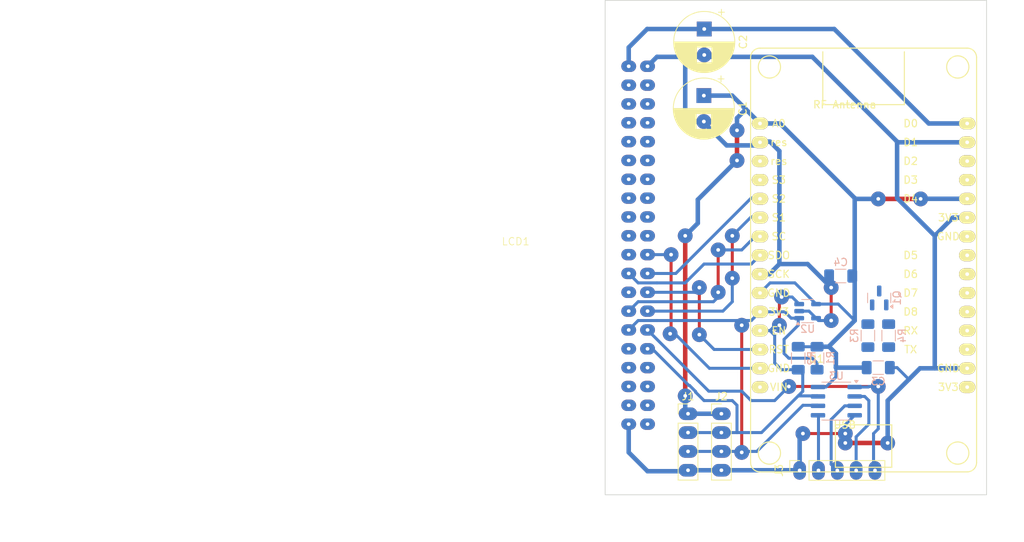
<source format=kicad_pcb>
(kicad_pcb (version 20240108) (generator "pcbnew") (generator_version "8.0")
  (layers (0 "F.Cu" jumper) (31 "B.Cu" signal) (34 "B.Paste" user) (36 "B.SilkS" user "B.Silkscreen") (38 "B.Mask" user) (44 "Edge.Cuts" user))
  (net 0 "")
  (net 7 "Net-(LCD1-LCD_CS)")
  (net 8 "Net-(LCD1-RST)")
  (net 9 "GNDD")
  (net 10 "Net-(LCD1-LCD_DC)")
  (net 11 "Net-(J1-Pin_1)")
  (net 12 "Net-(J1-Pin_3)")
  (net 13 "Net-(J1-Pin_2)")
  (net 14 "Net-(LCD1-LCD_CLK)")
  (net 15 "Net-(LCD1-LCD_SDO)")
  (net 16 "Net-(LCD1-LCD_SDI)")
  (net 17 "Net-(J3-Pin_4)")
  (net 18 "Net-(J3-Pin_2)")
  (net 19 "Net-(J3-Pin_5)")
  (net 20 "Net-(J3-Pin_3)")
  (net 21 "Net-(LCD1-VCC)")
  (net 22 "Net-(LCD1-LCD_BACKL)")
  (net 23 "Net-(Q1-G)")
  (footprint "Connector_PinHeader_2.54mm:PinHeader_1x04_P2.54mm_Vertical" (layer "F.Cu") (at 139.5 100.2)
    (property "Reference" "J2" (at 0 -2.33 0) (layer "F.SilkS"))
    (property "Value" "Conn_01x04_Pin")
    (pad "1" thru_hole oval (at 0 0) (size 2.5 1.7) (drill 0.5) (layers "*.Cu" "*.Mask") (net 11 "Net-(J1-Pin_1)"))
    (pad "2" thru_hole oval (at 0 2.54) (size 2.5 1.7) (drill 0.5) (layers "*.Cu" "*.Mask") (net 13 "Net-(J1-Pin_2)"))
    (pad "3" thru_hole oval (at 0 5.08) (size 2.5 1.7) (drill 0.5) (layers "*.Cu" "*.Mask") (net 12 "Net-(J1-Pin_3)"))
    (pad "4" thru_hole oval (at 0 7.62) (size 2.5 1.7) (drill 0.5) (layers "*.Cu" "*.Mask") (net 9 "GNDD"))
  )
  (footprint "Capacitor_THT:CP_Radial_D8.0mm_P3.50mm" (layer "F.Cu") (at 137.186103 48.313248 -90)
    (property "Reference" "C2" (at 1.75 -5.25 90) (layer "F.SilkS"))
    (property "Value" "C_Polarized")
    (pad "1" thru_hole rect (at 0 0 270) (size 2 2) (drill 0.508) (layers "*.Cu" "*.Mask") (net 21 "Net-(LCD1-VCC)"))
    (pad "2" thru_hole circle (at 3.5 0 270) (size 2 1.6) (drill 0.508) (layers "*.Cu" "*.Mask") (net 9 "GNDD"))
  )
  (footprint "Connector_PinSocket_2.54mm:PinSocket_1x05_P2.54mm_Vertical" (layer "F.Cu") (at 150.052951 107.845619 90)
    (property "Reference" "J3" (at 0 -2.77 90) (layer "F.SilkS"))
    (property "Value" "Conn_01x05_Pin")
    (pad "1" thru_hole oval (at 0 0 90) (size 2.5 1.7) (drill 0.5) (layers "*.Cu" "*.Mask") (net 9 "GNDD"))
    (pad "2" thru_hole oval (at 0 2.54 90) (size 2.5 1.7) (drill 0.5) (layers "*.Cu" "*.Mask") (net 18 "Net-(J3-Pin_2)"))
    (pad "3" thru_hole oval (at 0 5.08 90) (size 2.5 1.7) (drill 0.5) (layers "*.Cu" "*.Mask") (net 20 "Net-(J3-Pin_3)"))
    (pad "4" thru_hole oval (at 0 7.62 90) (size 2.5 1.7) (drill 0.5) (layers "*.Cu" "*.Mask") (net 17 "Net-(J3-Pin_4)"))
    (pad "5" thru_hole oval (at 0 10.16 90) (size 2.5 1.7) (drill 0.5) (layers "*.Cu" "*.Mask") (net 19 "Net-(J3-Pin_5)"))
  )
  (footprint "Capacitor_THT:CP_Radial_D8.0mm_P3.50mm" (layer "F.Cu") (at 137.133127 57.292663 -90)
    (property "Reference" "C1" (at 1.75 -5.25 90) (layer "F.SilkS"))
    (property "Value" "C_Polarized")
    (pad "1" thru_hole rect (at 0 0 270) (size 2 2) (drill 0.508) (layers "*.Cu" "*.Mask") (net 11 "Net-(J1-Pin_1)"))
    (pad "2" thru_hole circle (at 3.5 0 270) (size 2 1.6) (drill 0.508) (layers "*.Cu" "*.Mask") (net 9 "GNDD"))
  )
  (footprint "pendant:NodeMCU" (layer "F.Cu") (at 144.70588 61.050781)
    (property "Reference" "U1" (at 7.62 31.75 0) (layer "F.SilkS"))
    (property "Value" "~")
    (fp_text user "D3" (at 20.32 7.62 0) (layer "F.SilkS"))
    (fp_text user "VIN" (at 2.54 35.56 0) (layer "F.SilkS"))
    (fp_text user "RX" (at 20.32 27.94 0) (layer "F.SilkS"))
    (fp_text user "GND" (at 2.54 33.02 0) (layer "F.SilkS"))
    (fp_text user "3V3" (at 2.54 25.4 0) (layer "F.SilkS"))
    (fp_text user "SCK" (at 2.54 20.32 0) (layer "F.SilkS"))
    (fp_text user "RST" (at 2.54 30.48 0) (layer "F.SilkS"))
    (fp_text user "GND" (at 25.4 33.02 0) (layer "F.SilkS"))
    (fp_text user "SDO" (at 2.54 17.78 0) (layer "F.SilkS"))
    (fp_text user "RF Antenna" (at 11.43 -2.54 0) (layer "F.SilkS"))
    (fp_text user "res" (at 2.54 5.08 0) (layer "F.SilkS"))
    (fp_text user "D5" (at 20.32 17.78 0) (layer "F.SilkS"))
    (fp_text user "A0" (at 2.54 0 0) (layer "F.SilkS"))
    (fp_text user "D8" (at 20.32 25.4 0) (layer "F.SilkS"))
    (fp_text user "D2" (at 20.32 5.08 0) (layer "F.SilkS"))
    (fp_text user "S1" (at 2.54 12.7 0) (layer "F.SilkS"))
    (fp_text user "res" (at 2.54 2.54 0) (layer "F.SilkS"))
    (fp_text user "3V3" (at 25.4 12.7 0) (layer "F.SilkS"))
    (fp_text user "USB" (at 11.43 40.64 0) (layer "F.SilkS"))
    (fp_text user "TX" (at 20.32 30.48 0) (layer "F.SilkS"))
    (fp_text user "D0" (at 20.32 0 0) (layer "F.SilkS"))
    (fp_text user "D6" (at 20.32 20.32 0) (layer "F.SilkS"))
    (fp_text user "S3" (at 2.54 7.62 0) (layer "F.SilkS"))
    (fp_text user "D4" (at 20.32 10.16 0) (layer "F.SilkS"))
    (fp_text user "EN" (at 2.54 27.94 0) (layer "F.SilkS"))
    (fp_text user "D7" (at 20.32 22.86 0) (layer "F.SilkS"))
    (fp_text user "S2" (at 2.54 10.16 0) (layer "F.SilkS"))
    (fp_text user "3V3" (at 25.4 35.56 0) (layer "F.SilkS"))
    (fp_text user "GND" (at 25.4 15.24 0) (layer "F.SilkS"))
    (fp_text user "SC" (at 2.54 15.24 0) (layer "F.SilkS"))
    (fp_text user "GND" (at 2.54 22.86 0) (layer "F.SilkS"))
    (fp_text user "D1" (at 20.32 2.54 0) (layer "F.SilkS"))
    (pad "1" thru_hole oval (at 0 0) (size 2.2 1.6) (drill 0.5) (layers "*.Cu" "*.Mask" "F.SilkS") (net 11 "Net-(J1-Pin_1)"))
    (pad "2" thru_hole oval (at 0 2.54) (size 2.2 1.6) (drill 0.5) (layers "*.Cu" "*.Mask" "F.SilkS") (net 9 "GNDD"))
    (pad "3" thru_hole oval (at 0 5.08) (size 2.2 1.6) (drill 0.5) (layers "*.Cu" "*.Mask" "F.SilkS"))
    (pad "4" thru_hole oval (at 0 7.62) (size 2.2 1.6) (drill 0.5) (layers "*.Cu" "*.Mask" "F.SilkS"))
    (pad "5" thru_hole oval (at 0 10.16) (size 2.2 1.6) (drill 0.5) (layers "*.Cu" "*.Mask" "F.SilkS") (net 7 "Net-(LCD1-LCD_CS)"))
    (pad "6" thru_hole oval (at 0 12.7) (size 2.2 1.6) (drill 0.5) (layers "*.Cu" "*.Mask" "F.SilkS") (net 16 "Net-(LCD1-LCD_SDI)"))
    (pad "7" thru_hole oval (at 0 15.24) (size 2.2 1.6) (drill 0.5) (layers "*.Cu" "*.Mask" "F.SilkS") (net 15 "Net-(LCD1-LCD_SDO)"))
    (pad "8" thru_hole oval (at 0 17.78) (size 2.2 1.6) (drill 0.5) (layers "*.Cu" "*.Mask" "F.SilkS") (net 14 "Net-(LCD1-LCD_CLK)"))
    (pad "9" thru_hole oval (at 0 20.32) (size 2.2 1.6) (drill 0.5) (layers "*.Cu" "*.Mask" "F.SilkS") (net 9 "GNDD"))
    (pad "10" thru_hole oval (at 0 22.86) (size 2.2 1.6) (drill 0.5) (layers "*.Cu" "*.Mask" "F.SilkS") (net 11 "Net-(J1-Pin_1)"))
    (pad "11" thru_hole oval (at 0 25.4) (size 2.2 1.6) (drill 0.5) (layers "*.Cu" "*.Mask" "F.SilkS") (net 12 "Net-(J1-Pin_3)"))
    (pad "12" thru_hole oval (at 0 27.94) (size 2.2 1.6) (drill 0.5) (layers "*.Cu" "*.Mask" "F.SilkS") (net 13 "Net-(J1-Pin_2)"))
    (pad "13" thru_hole oval (at 0 30.48) (size 2.2 1.6) (drill 0.5) (layers "*.Cu" "*.Mask" "F.SilkS") (net 10 "Net-(LCD1-LCD_DC)"))
    (pad "14" thru_hole oval (at 0 33.02) (size 2.2 1.6) (drill 0.5) (layers "*.Cu" "*.Mask" "F.SilkS") (net 8 "Net-(LCD1-RST)"))
    (pad "15" thru_hole oval (at 0 35.56) (size 2.2 1.6) (drill 0.5) (layers "*.Cu" "*.Mask" "F.SilkS"))
    (pad "16" thru_hole oval (at 27.94 35.56) (size 2.2 1.6) (drill 0.5) (layers "*.Cu" "*.Mask" "F.SilkS"))
    (pad "17" thru_hole oval (at 27.94 33.02) (size 2.2 1.6) (drill 0.5) (layers "*.Cu" "*.Mask" "F.SilkS") (net 9 "GNDD"))
    (pad "18" thru_hole oval (at 27.94 30.48) (size 2.2 1.6) (drill 0.5) (layers "*.Cu" "*.Mask" "F.SilkS"))
    (pad "19" thru_hole oval (at 27.94 27.94) (size 2.2 1.6) (drill 0.5) (layers "*.Cu" "*.Mask" "F.SilkS"))
    (pad "20" thru_hole oval (at 27.94 25.4) (size 2.2 1.6) (drill 0.5) (layers "*.Cu" "*.Mask" "F.SilkS"))
    (pad "21" thru_hole oval (at 27.94 22.86) (size 2.2 1.6) (drill 0.5) (layers "*.Cu" "*.Mask" "F.SilkS"))
    (pad "22" thru_hole oval (at 27.94 20.32) (size 2.2 1.6) (drill 0.5) (layers "*.Cu" "*.Mask" "F.SilkS"))
    (pad "23" thru_hole oval (at 27.94 17.78) (size 2.2 1.6) (drill 0.5) (layers "*.Cu" "*.Mask" "F.SilkS"))
    (pad "24" thru_hole oval (at 27.94 15.24) (size 2.2 1.6) (drill 0.5) (layers "*.Cu" "*.Mask" "F.SilkS"))
    (pad "25" thru_hole oval (at 27.94 12.7) (size 2.2 1.6) (drill 0.5) (layers "*.Cu" "*.Mask" "F.SilkS") (net 9 "GNDD"))
    (pad "26" thru_hole oval (at 27.94 10.16) (size 2.2 1.6) (drill 0.5) (layers "*.Cu" "*.Mask" "F.SilkS") (net 11 "Net-(J1-Pin_1)"))
    (pad "27" thru_hole oval (at 27.94 7.62) (size 2.2 1.6) (drill 0.5) (layers "*.Cu" "*.Mask" "F.SilkS"))
    (pad "28" thru_hole oval (at 27.94 5.08) (size 2.2 1.6) (drill 0.5) (layers "*.Cu" "*.Mask" "F.SilkS"))
    (pad "29" thru_hole oval (at 27.94 2.54) (size 2.2 1.6) (drill 0.5) (layers "*.Cu" "*.Mask" "F.SilkS") (net 9 "GNDD"))
    (pad "30" thru_hole oval (at 27.94 0) (size 2.2 1.6) (drill 0.5) (layers "*.Cu" "*.Mask" "F.SilkS") (net 21 "Net-(LCD1-VCC)"))
  )
  (footprint "Connector_PinHeader_2.54mm:PinHeader_1x04_P2.54mm_Vertical" (layer "F.Cu") (at 135 100.2)
    (property "Reference" "J1" (at 0 -2.33 0) (layer "F.SilkS"))
    (property "Value" "Conn_01x04_Pin")
    (pad "1" thru_hole oval (at 0 0) (size 2.5 1.7) (drill 0.5) (layers "*.Cu" "*.Mask") (net 11 "Net-(J1-Pin_1)"))
    (pad "2" thru_hole oval (at 0 2.54) (size 2.5 1.7) (drill 0.5) (layers "*.Cu" "*.Mask") (net 13 "Net-(J1-Pin_2)"))
    (pad "3" thru_hole oval (at 0 5.08) (size 2.5 1.7) (drill 0.5) (layers "*.Cu" "*.Mask") (net 12 "Net-(J1-Pin_3)"))
    (pad "4" thru_hole oval (at 0 7.62) (size 2.5 1.7) (drill 0.5) (layers "*.Cu" "*.Mask") (net 9 "GNDD"))
  )
  (footprint "pendant:LCD" (layer "F.Cu") (at 111.76 77.47)
    (property "Reference" "LCD1" (at 0 -0.5 0) (layer "F.SilkS") (effects (font (thickness 0.1))))
    (property "Value" "~")
    (pad "1" thru_hole oval (at 17.78 -24.13) (size 2 1.524) (drill 0.5) (layers "*.Cu" "*.Mask") (net 9 "GNDD"))
    (pad "2" thru_hole oval (at 15.24 -24.13) (size 2 1.524) (drill 0.5) (layers "*.Cu" "*.Mask") (net 21 "Net-(LCD1-VCC)"))
    (pad "3" thru_hole oval (at 17.78 -21.59) (size 2 1.524) (drill 0.5) (layers "*.Cu" "*.Mask"))
    (pad "4" thru_hole oval (at 15.24 -21.59) (size 2 1.524) (drill 0.5) (layers "*.Cu" "*.Mask"))
    (pad "5" thru_hole oval (at 17.78 -19.05) (size 2 1.524) (drill 0.5) (layers "*.Cu" "*.Mask"))
    (pad "6" thru_hole oval (at 15.24 -19.05) (size 2 1.524) (drill 0.5) (layers "*.Cu" "*.Mask"))
    (pad "7" thru_hole oval (at 17.78 -16.51) (size 2 1.524) (drill 0.5) (layers "*.Cu" "*.Mask"))
    (pad "8" thru_hole oval (at 15.24 -16.51) (size 2 1.524) (drill 0.5) (layers "*.Cu" "*.Mask"))
    (pad "9" thru_hole oval (at 17.78 -13.97) (size 2 1.524) (drill 0.5) (layers "*.Cu" "*.Mask"))
    (pad "10" thru_hole oval (at 15.24 -13.97) (size 2 1.524) (drill 0.5) (layers "*.Cu" "*.Mask"))
    (pad "11" thru_hole oval (at 17.78 -11.43) (size 2 1.524) (drill 0.5) (layers "*.Cu" "*.Mask"))
    (pad "12" thru_hole oval (at 15.24 -11.43) (size 2 1.524) (drill 0.5) (layers "*.Cu" "*.Mask"))
    (pad "13" thru_hole oval (at 17.78 -8.89) (size 2 1.524) (drill 0.5) (layers "*.Cu" "*.Mask"))
    (pad "14" thru_hole oval (at 15.24 -8.89) (size 2 1.524) (drill 0.5) (layers "*.Cu" "*.Mask"))
    (pad "15" thru_hole oval (at 17.78 -6.35) (size 2 1.524) (drill 0.5) (layers "*.Cu" "*.Mask"))
    (pad "16" thru_hole oval (at 15.24 -6.35) (size 2 1.524) (drill 0.5) (layers "*.Cu" "*.Mask"))
    (pad "17" thru_hole oval (at 17.78 -3.81) (size 2 1.524) (drill 0.5) (layers "*.Cu" "*.Mask"))
    (pad "18" thru_hole oval (at 15.24 -3.81) (size 2 1.524) (drill 0.5) (layers "*.Cu" "*.Mask"))
    (pad "19" thru_hole oval (at 17.78 -1.27) (size 2 1.524) (drill 0.5) (layers "*.Cu" "*.Mask"))
    (pad "20" thru_hole oval (at 15.24 -1.27) (size 2 1.524) (drill 0.5) (layers "*.Cu" "*.Mask"))
    (pad "21" thru_hole oval (at 17.78 1.27) (size 2 1.524) (drill 0.5) (layers "*.Cu" "*.Mask") (net 8 "Net-(LCD1-RST)"))
    (pad "22" thru_hole oval (at 15.24 1.27) (size 2 1.524) (drill 0.5) (layers "*.Cu" "*.Mask"))
    (pad "23" thru_hole oval (at 17.78 3.81) (size 2 1.524) (drill 0.5) (layers "*.Cu" "*.Mask") (net 7 "Net-(LCD1-LCD_CS)"))
    (pad "24" thru_hole oval (at 15.24 3.81) (size 2 1.524) (drill 0.5) (layers "*.Cu" "*.Mask") (net 14 "Net-(LCD1-LCD_CLK)"))
    (pad "25" thru_hole oval (at 17.78 6.35) (size 2 1.524) (drill 0.5) (layers "*.Cu" "*.Mask") (net 10 "Net-(LCD1-LCD_DC)"))
    (pad "26" thru_hole oval (at 15.24 6.35) (size 2 1.524) (drill 0.5) (layers "*.Cu" "*.Mask"))
    (pad "27" thru_hole oval (at 17.78 8.89) (size 2 1.524) (drill 0.5) (layers "*.Cu" "*.Mask") (net 16 "Net-(LCD1-LCD_SDI)"))
    (pad "28" thru_hole oval (at 15.24 8.89) (size 2 1.524) (drill 0.5) (layers "*.Cu" "*.Mask") (net 15 "Net-(LCD1-LCD_SDO)"))
    (pad "29" thru_hole oval (at 17.78 11.43) (size 2 1.524) (drill 0.5) (layers "*.Cu" "*.Mask") (net 22 "Net-(LCD1-LCD_BACKL)"))
    (pad "30" thru_hole oval (at 15.24 11.43) (size 2 1.524) (drill 0.5) (layers "*.Cu" "*.Mask") (net 12 "Net-(J1-Pin_3)"))
    (pad "31" thru_hole oval (at 17.78 13.97) (size 2 1.524) (drill 0.5) (layers "*.Cu" "*.Mask") (net 13 "Net-(J1-Pin_2)"))
    (pad "32" thru_hole oval (at 15.24 13.97) (size 2 1.524) (drill 0.5) (layers "*.Cu" "*.Mask"))
    (pad "33" thru_hole oval (at 17.78 16.51) (size 2 1.524) (drill 0.5) (layers "*.Cu" "*.Mask"))
    (pad "34" thru_hole oval (at 15.24 16.51) (size 2 1.524) (drill 0.5) (layers "*.Cu" "*.Mask"))
    (pad "35" thru_hole oval (at 17.78 19.05) (size 2 1.524) (drill 0.5) (layers "*.Cu" "*.Mask"))
    (pad "36" thru_hole oval (at 15.24 19.05) (size 2 1.524) (drill 0.5) (layers "*.Cu" "*.Mask"))
    (pad "37" thru_hole oval (at 17.78 21.59) (size 2 1.524) (drill 0.5) (layers "*.Cu" "*.Mask"))
    (pad "38" thru_hole oval (at 15.24 21.59) (size 2 1.524) (drill 0.5) (layers "*.Cu" "*.Mask"))
    (pad "39" thru_hole oval (at 17.78 24.13) (size 2 1.524) (drill 0.5) (layers "*.Cu" "*.Mask"))
    (pad "40" thru_hole oval (at 15.24 24.13) (size 2 1.524) (drill 0.5) (layers "*.Cu" "*.Mask") (net 9 "GNDD"))
  )
  (footprint "Capacitor_SMD:C_1206_3216Metric_Pad1.33x1.80mm_HandSolder" (layer "B.Cu") (at 155.585835 81.623876 180)
    (property "Reference" "C4" (at 0 1.85 0) (layer "B.SilkS") (effects (justify mirror)))
    (property "Value" "C_Small")
    (pad "1" smd roundrect (at -1.5625 0 180) (size 1.325 1.8) (layers "B.Cu" "B.Paste" "B.Mask") (roundrect_rratio 0.188679) (net 11 "Net-(J1-Pin_1)"))
    (pad "2" smd roundrect (at 1.5625 0 180) (size 1.325 1.8) (layers "B.Cu" "B.Paste" "B.Mask") (roundrect_rratio 0.188679) (net 9 "GNDD"))
  )
  (footprint "Resistor_SMD:R_1206_3216Metric_Pad1.30x1.75mm_HandSolder" (layer "B.Cu") (at 159.258 89.662 -90)
    (property "Reference" "R3" (at 0 1.82 90) (layer "B.SilkS") (effects (justify mirror)))
    (property "Value" "1k")
    (pad "1" smd roundrect (at -1.55 0 270) (size 1.3 1.75) (layers "B.Cu" "B.Paste" "B.Mask") (roundrect_rratio 0.192308) (net 22 "Net-(LCD1-LCD_BACKL)"))
    (pad "2" smd roundrect (at 1.55 0 270) (size 1.3 1.75) (layers "B.Cu" "B.Paste" "B.Mask") (roundrect_rratio 0.192308) (net 11 "Net-(J1-Pin_1)"))
  )
  (footprint "Package_SO:SOIC-8_3.9x4.9mm_P1.27mm" (layer "B.Cu") (at 155 98.5 180)
    (property "Reference" "U3" (at 0 3.4 0) (layer "B.SilkS") (effects (justify mirror)))
    (property "Value" "PCA9536D")
    (pad "1" smd roundrect (at -2.475 1.905 180) (size 1.95 0.6) (layers "B.Cu" "B.Paste" "B.Mask") (net 19 "Net-(J3-Pin_5)"))
    (pad "2" smd roundrect (at -2.475 0.635 180) (size 1.95 0.6) (layers "B.Cu" "B.Paste" "B.Mask") (net 17 "Net-(J3-Pin_4)"))
    (pad "3" smd roundrect (at -2.475 -0.635 180) (size 1.95 0.6) (layers "B.Cu" "B.Paste" "B.Mask") (net 20 "Net-(J3-Pin_3)"))
    (pad "4" smd roundrect (at -2.475 -1.905 180) (size 1.95 0.6) (layers "B.Cu" "B.Paste" "B.Mask") (net 9 "GNDD"))
    (pad "5" smd roundrect (at 2.475 -1.905 180) (size 1.95 0.6) (layers "B.Cu" "B.Paste" "B.Mask") (net 18 "Net-(J3-Pin_2)"))
    (pad "6" smd roundrect (at 2.475 -0.635 180) (size 1.95 0.6) (layers "B.Cu" "B.Paste" "B.Mask") (net 12 "Net-(J1-Pin_3)"))
    (pad "7" smd roundrect (at 2.475 0.635 180) (size 1.95 0.6) (layers "B.Cu" "B.Paste" "B.Mask") (net 13 "Net-(J1-Pin_2)"))
    (pad "8" smd roundrect (at 2.475 1.905 180) (size 1.95 0.6) (layers "B.Cu" "B.Paste" "B.Mask") (net 11 "Net-(J1-Pin_1)"))
  )
  (footprint "Resistor_SMD:R_1206_3216Metric_Pad1.30x1.75mm_HandSolder" (layer "B.Cu") (at 162.052 89.662 90)
    (property "Reference" "R4" (at 0 1.82 90) (layer "B.SilkS") (effects (justify mirror)))
    (property "Value" "180")
    (pad "1" smd roundrect (at -1.55 0 90) (size 1.3 1.75) (layers "B.Cu" "B.Paste" "B.Mask") (roundrect_rratio 0.192308) (net 19 "Net-(J3-Pin_5)"))
    (pad "2" smd roundrect (at 1.55 0 90) (size 1.3 1.75) (layers "B.Cu" "B.Paste" "B.Mask") (roundrect_rratio 0.192308) (net 23 "Net-(Q1-G)"))
  )
  (footprint "Capacitor_SMD:C_1206_3216Metric_Pad1.33x1.80mm_HandSolder" (layer "B.Cu") (at 160.655 93.98)
    (property "Reference" "C3" (at 0 1.85 0) (layer "B.SilkS") (effects (justify mirror)))
    (property "Value" "C_Small")
    (pad "1" smd roundrect (at -1.5625 0) (size 1.325 1.8) (layers "B.Cu" "B.Paste" "B.Mask") (roundrect_rratio 0.188679) (net 11 "Net-(J1-Pin_1)"))
    (pad "2" smd roundrect (at 1.5625 0) (size 1.325 1.8) (layers "B.Cu" "B.Paste" "B.Mask") (roundrect_rratio 0.188679) (net 9 "GNDD"))
  )
  (footprint "Resistor_SMD:R_1206_3216Metric_Pad1.30x1.75mm_HandSolder" (layer "B.Cu") (at 149.86 92.71 90)
    (property "Reference" "R2" (at 0 1.82 90) (layer "B.SilkS") (effects (justify mirror)))
    (property "Value" "10k")
    (pad "1" smd roundrect (at -1.55 0 90) (size 1.3 1.75) (layers "B.Cu" "B.Paste" "B.Mask") (roundrect_rratio 0.192308) (net 13 "Net-(J1-Pin_2)"))
    (pad "2" smd roundrect (at 1.55 0 90) (size 1.3 1.75) (layers "B.Cu" "B.Paste" "B.Mask") (roundrect_rratio 0.192308) (net 11 "Net-(J1-Pin_1)"))
  )
  (footprint "Resistor_SMD:R_1206_3216Metric_Pad1.30x1.75mm_HandSolder" (layer "B.Cu") (at 152.4 92.71 90)
    (property "Reference" "R1" (at 0 1.82 90) (layer "B.SilkS") (effects (justify mirror)))
    (property "Value" "10k")
    (pad "1" smd roundrect (at -1.55 0 90) (size 1.3 1.75) (layers "B.Cu" "B.Paste" "B.Mask") (roundrect_rratio 0.192308) (net 12 "Net-(J1-Pin_3)"))
    (pad "2" smd roundrect (at 1.55 0 90) (size 1.3 1.75) (layers "B.Cu" "B.Paste" "B.Mask") (roundrect_rratio 0.192308) (net 11 "Net-(J1-Pin_1)"))
  )
  (footprint "Package_TO_SOT_SMD:SOT-23-5" (layer "B.Cu") (at 151.13 86.36)
    (property "Reference" "U2" (at 0 2.4 0) (layer "B.SilkS") (effects (justify mirror)))
    (property "Value" "24AA02-OT")
    (pad "1" smd roundrect (at -1.1375 0.95) (size 1.325 0.6) (layers "B.Cu" "B.Paste" "B.Mask") (net 12 "Net-(J1-Pin_3)"))
    (pad "2" smd roundrect (at -1.1375 0) (size 1.325 0.6) (layers "B.Cu" "B.Paste" "B.Mask") (net 9 "GNDD"))
    (pad "3" smd roundrect (at -1.1375 -0.95) (size 1.325 0.6) (layers "B.Cu" "B.Paste" "B.Mask") (net 13 "Net-(J1-Pin_2)"))
    (pad "4" smd roundrect (at 1.1375 -0.95) (size 1.325 0.6) (layers "B.Cu" "B.Paste" "B.Mask") (net 11 "Net-(J1-Pin_1)"))
    (pad "5" smd roundrect (at 1.1375 0.95) (size 1.325 0.6) (layers "B.Cu" "B.Paste" "B.Mask") (net 9 "GNDD"))
  )
  (footprint "Package_TO_SOT_SMD:SOT-23" (layer "B.Cu") (at 160.782 84.582 90)
    (property "Reference" "Q1" (at 0 2.4 90) (layer "B.SilkS") (effects (justify mirror)))
    (property "Value" "DMN3051L")
    (pad "1" smd roundrect (at -0.9375 0.95 90) (size 1.475 0.6) (layers "B.Cu" "B.Paste" "B.Mask") (net 23 "Net-(Q1-G)"))
    (pad "2" smd roundrect (at -0.9375 -0.95 90) (size 1.475 0.6) (layers "B.Cu" "B.Paste" "B.Mask") (net 9 "GNDD"))
    (pad "3" smd roundrect (at 0.9375 0 90) (size 1.475 0.6) (layers "B.Cu" "B.Paste" "B.Mask") (net 22 "Net-(LCD1-LCD_BACKL)"))
  )
  (gr_rect (start 123.825 44.45) (end 175.26 111.125) (stroke (width 0.1)) (fill none) (layer "Edge.Cuts"))
  (segment (start 133.35 81.28) (end 143.51 71.12) (width 0.4064) (layer "B.Cu") (net 7))
  (segment (start 129.54 81.28) (end 133.35 81.28) (width 0.4064) (layer "B.Cu") (net 7))
  (segment (start 144.615099 71.12) (end 144.70588 71.210781) (width 0.4064) (layer "B.Cu") (net 7))
  (segment (start 143.51 71.12) (end 144.615099 71.12) (width 0.4064) (layer "B.Cu") (net 7))
  (segment (start 132.588 89.408) (end 132.715 89.281) (width 0.4064) (layer "F.Cu") (net 8))
  (segment (start 132.715 89.281) (end 132.715 78.74) (width 0.4064) (layer "F.Cu") (net 8))
  (via (at 132.715 78.74) (size 2) (drill 0.5) (layers "F.Cu" "B.Cu") (net 8))
  (via (at 132.588 89.408) (size 2) (drill 0.5) (layers "F.Cu" "B.Cu") (net 8))
  (segment (start 132.588 89.408) (end 133.223 89.408) (width 0.4064) (layer "B.Cu") (net 8))
  (segment (start 137.885781 94.070781) (end 144.70588 94.070781) (width 0.4064) (layer "B.Cu") (net 8))
  (segment (start 129.54 78.74) (end 132.715 78.74) (width 0.4064) (layer "B.Cu") (net 8))
  (segment (start 133.223 89.408) (end 137.885781 94.070781) (width 0.4064) (layer "B.Cu") (net 8))
  (segment (start 154.305 83.185) (end 154.305 87.63) (width 0.4064) (layer "F.Cu") (net 9))
  (segment (start 150.495 102.87) (end 156.21 102.87) (width 0.4064) (layer "F.Cu") (net 9))
  (segment (start 156.21 104.14) (end 161.925 104.14) (width 0.6096) (layer "F.Cu") (net 9))
  (via (at 156.21 104.14) (size 2) (drill 0.5) (layers "F.Cu" "B.Cu") (net 9))
  (via (at 154.305 83.185) (size 2) (drill 0.5) (layers "F.Cu" "B.Cu") (net 9))
  (via (at 150.495 102.87) (size 2) (drill 0.5) (layers "F.Cu" "B.Cu") (net 9))
  (via (at 156.21 102.87) (size 2) (drill 0.5) (layers "F.Cu" "B.Cu") (net 9))
  (via (at 154.305 87.63) (size 2) (drill 0.5) (layers "F.Cu" "B.Cu") (net 9))
  (via (at 161.925 104.14) (size 2) (drill 0.5) (layers "F.Cu" "B.Cu") (net 9))
  (segment (start 166.279219 94.070781) (end 164.7825 95.5675) (width 0.6096) (layer "B.Cu") (net 9))
  (segment (start 139.5 107.82) (end 149.65 107.82) (width 0.6096) (layer "B.Cu") (net 9))
  (segment (start 156.21 102.87) (end 156.21 101.67) (width 0.4064) (layer "B.Cu") (net 9))
  (segment (start 168.275 76.2) (end 168.275 94.070781) (width 0.6096) (layer "B.Cu") (net 9))
  (segment (start 136.929351 52.07) (end 137.186103 51.813248) (width 0.6096) (layer "B.Cu") (net 9))
  (segment (start 135.722663 60.792663) (end 134.62 59.69) (width 0.6096) (layer "B.Cu") (net 9))
  (segment (start 149.65 107.82) (end 150 107.47) (width 0.4064) (layer "B.Cu") (net 9))
  (segment (start 163.195 71.12) (end 163.195 63.590781) (width 0.6096) (layer "B.Cu") (net 9))
  (segment (start 168.275 76.2) (end 163.195 71.12) (width 0.6096) (layer "B.Cu") (net 9))
  (segment (start 164.7825 95.5675) (end 161.925 98.425) (width 0.6096) (layer "B.Cu") (net 9))
  (segment (start 130.81 52.07) (end 134.62 52.07) (width 0.6096) (layer "B.Cu") (net 9))
  (segment (start 156.21 102.87) (end 156.21 104.14) (width 0.6096) (layer "B.Cu") (net 9))
  (segment (start 145.959219 81.370781) (end 144.70588 81.370781) (width 0.6096) (layer "B.Cu") (net 9))
  (segment (start 162.2175 93.98) (end 163.195 93.98) (width 0.4064) (layer "B.Cu") (net 9))
  (segment (start 144.70588 63.590781) (end 144.288661 64.008) (width 0.6096) (layer "B.Cu") (net 9))
  (segment (start 137.133127 60.792663) (end 135.722663 60.792663) (width 0.6096) (layer "B.Cu") (net 9))
  (segment (start 137.133127 60.933127) (end 137.133127 60.792663) (width 0.6096) (layer "B.Cu") (net 9))
  (segment (start 129.54 53.34) (end 130.81 52.07) (width 0.6096) (layer "B.Cu") (net 9))
  (segment (start 146.05 63.5) (end 147.32 64.77) (width 0.6096) (layer "B.Cu") (net 9))
  (segment (start 144.70588 63.590781) (end 144.796661 63.5) (width 0.4064) (layer "B.Cu") (net 9))
  (segment (start 172.64588 73.750781) (end 170.724219 73.750781) (width 0.6096) (layer "B.Cu") (net 9))
  (segment (start 135 107.82) (end 139.5 107.82) (width 0.6096) (layer "B.Cu") (net 9))
  (segment (start 151.13 80.01) (end 154.305 83.185) (width 0.6096) (layer "B.Cu") (net 9))
  (segment (start 147.32 80.01) (end 145.959219 81.370781) (width 0.6096) (layer "B.Cu") (net 9))
  (segment (start 134.87 107.95) (end 135 107.82) (width 0.6096) (layer "B.Cu") (net 9))
  (segment (start 163.195 63.5) (end 163.195 63.590781) (width 0.6096) (layer "B.Cu") (net 9))
  (segment (start 127 105.41) (end 129.54 107.95) (width 0.6096) (layer "B.Cu") (net 9))
  (segment (start 170.724219 73.750781) (end 168.275 76.2) (width 0.6096) (layer "B.Cu") (net 9))
  (segment (start 154.305 87.63) (end 152.5875 87.63) (width 0.4064) (layer "B.Cu") (net 9))
  (segment (start 152.5875 87.63) (end 152.2675 87.31) (width 0.4064) (layer "B.Cu") (net 9))
  (segment (start 161.925 98.425) (end 161.925 104.14) (width 0.6096) (layer "B.Cu") (net 9))
  (segment (start 150.052951 103.312049) (end 150.052951 107.845619) (width 0.6096) (layer "B.Cu") (net 9))
  (segment (start 172.64588 94.070781) (end 168.275 94.070781) (width 0.6096) (layer "B.Cu") (net 9))
  (segment (start 151.3175 86.36) (end 152.2675 87.31) (width 0.4064) (layer "B.Cu") (net 9))
  (segment (start 151.765 52.07) (end 163.195 63.5) (width 0.6096) (layer "B.Cu") (net 9))
  (segment (start 163.195 93.98) (end 164.7825 95.5675) (width 0.4064) (layer "B.Cu") (net 9))
  (segment (start 137.442855 52.07) (end 151.765 52.07) (width 0.6096) (layer "B.Cu") (net 9))
  (segment (start 156.21 101.67) (end 157.475 100.405) (width 0.4064) (layer "B.Cu") (net 9))
  (segment (start 147.32 64.77) (end 147.32 80.01) (width 0.6096) (layer "B.Cu") (net 9))
  (segment (start 134.62 52.07) (end 136.929351 52.07) (width 0.6096) (layer "B.Cu") (net 9))
  (segment (start 149.9925 86.36) (end 151.3175 86.36) (width 0.4064) (layer "B.Cu") (net 9))
  (segment (start 150.495 102.87) (end 150.052951 103.312049) (width 0.4064) (layer "B.Cu") (net 9))
  (segment (start 137.186103 51.813248) (end 137.442855 52.07) (width 0.6096) (layer "B.Cu") (net 9))
  (segment (start 168.275 94.070781) (end 166.279219 94.070781) (width 0.6096) (layer "B.Cu") (net 9))
  (segment (start 134.62 59.69) (end 134.62 52.07) (width 0.6096) (layer "B.Cu") (net 9))
  (segment (start 163.195 63.590781) (end 172.64588 63.590781) (width 0.6096) (layer "B.Cu") (net 9))
  (segment (start 144.796661 63.5) (end 146.05 63.5) (width 0.6096) (layer "B.Cu") (net 9))
  (segment (start 127 101.6) (end 127 105.41) (width 0.6096) (layer "B.Cu") (net 9))
  (segment (start 147.32 80.01) (end 151.13 80.01) (width 0.6096) (layer "B.Cu") (net 9))
  (segment (start 144.288661 64.008) (end 140.208 64.008) (width 0.6096) (layer "B.Cu") (net 9))
  (segment (start 140.208 64.008) (end 137.133127 60.933127) (width 0.6096) (layer "B.Cu") (net 9))
  (segment (start 129.54 107.95) (end 134.87 107.95) (width 0.6096) (layer "B.Cu") (net 9))
  (segment (start 136.525 89.535) (end 136.525 83.185) (width 0.4064) (layer "F.Cu") (net 10))
  (via (at 136.525 83.185) (size 2) (drill 0.5) (layers "F.Cu" "B.Cu") (net 10))
  (via (at 136.525 89.535) (size 2) (drill 0.5) (layers "F.Cu" "B.Cu") (net 10))
  (segment (start 136.525 83.185) (end 135.89 83.82) (width 0.4064) (layer "B.Cu") (net 10))
  (segment (start 144.70588 91.530781) (end 138.520781 91.530781) (width 0.4064) (layer "B.Cu") (net 10))
  (segment (start 135.89 83.82) (end 129.54 83.82) (width 0.4064) (layer "B.Cu") (net 10))
  (segment (start 138.520781 91.530781) (end 136.525 89.535) (width 0.4064) (layer "B.Cu") (net 10))
  (segment (start 134.62 97.79) (end 134.62 76.2) (width 0.6096) (layer "F.Cu") (net 11))
  (segment (start 141.605 66.04) (end 141.605 61.976) (width 0.6096) (layer "F.Cu") (net 11))
  (segment (start 160.655 71.22347) (end 166.37 71.22347) (width 0.6096) (layer "F.Cu") (net 11))
  (via (at 134.62 97.79) (size 2) (drill 0.5) (layers "F.Cu" "B.Cu") (net 11))
  (via (at 166.37 71.22347) (size 2) (drill 0.5) (layers "F.Cu" "B.Cu") (net 11))
  (via (at 141.605 66.04) (size 2) (drill 0.5) (layers "F.Cu" "B.Cu") (net 11))
  (via (at 160.655 71.22347) (size 2) (drill 0.5) (layers "F.Cu" "B.Cu") (net 11))
  (via (at 134.62 76.2) (size 2) (drill 0.5) (layers "F.Cu" "B.Cu") (net 11))
  (via (at 141.605 61.976) (size 2) (drill 0.5) (layers "F.Cu" "B.Cu") (net 11))
  (segment (start 166.37 71.22347) (end 166.382689 71.210781) (width 0.6096) (layer "B.Cu") (net 11))
  (segment (start 160.655 71.22347) (end 157.58347 71.22347) (width 0.6096) (layer "B.Cu") (net 11))
  (segment (start 153.595 96.595) (end 152.525 96.595) (width 0.4064) (layer "B.Cu") (net 11))
  (segment (start 166.382689 71.210781) (end 172.64588 71.210781) (width 0.6096) (layer "B.Cu") (net 11))
  (segment (start 137.133127 57.292663) (end 140.947762 57.292663) (width 0.6096) (layer "B.Cu") (net 11))
  (segment (start 154.94 93.98) (end 154.94 95.25) (width 0.4064) (layer "B.Cu") (net 11))
  (segment (start 159.0925 93.98) (end 154.94 93.98) (width 0.6096) (layer "B.Cu") (net 11))
  (segment (start 136.320327 74.499673) (end 136.320327 71.324673) (width 0.6096) (layer "B.Cu") (net 11))
  (segment (start 135 100.2) (end 139.5 100.2) (width 0.6096) (layer "B.Cu") (net 11))
  (segment (start 149.86 91.16) (end 152.4 91.16) (width 0.4064) (layer "B.Cu") (net 11))
  (segment (start 147.410781 61.050781) (end 144.70588 61.050781) (width 0.6096) (layer "B.Cu") (net 11))
  (segment (start 157.48 87.63) (end 157.48 71.12) (width 0.6096) (layer "B.Cu") (net 11))
  (segment (start 157.48 71.12) (end 147.410781 61.050781) (width 0.6096) (layer "B.Cu") (net 11))
  (segment (start 141.605 60.325) (end 142.792549 59.137451) (width 0.6096) (layer "B.Cu") (net 11))
  (segment (start 144.70588 83.910781) (end 146.066661 82.55) (width 0.4064) (layer "B.Cu") (net 11))
  (segment (start 134.62 97.79) (end 134.62 99.82) (width 0.6096) (layer "B.Cu") (net 11))
  (segment (start 141.605 61.976) (end 141.605 60.325) (width 0.6096) (layer "B.Cu") (net 11))
  (segment (start 154.94 95.25) (end 153.595 96.595) (width 0.4064) (layer "B.Cu") (net 11))
  (segment (start 155.26 85.41) (end 157.48 87.63) (width 0.4064) (layer "B.Cu") (net 11))
  (segment (start 142.792549 59.137451) (end 144.70588 61.050781) (width 0.6096) (layer "B.Cu") (net 11))
  (segment (start 157.58347 71.22347) (end 157.48 71.12) (width 0.6096) (layer "B.Cu") (net 11))
  (segment (start 134.62 76.2) (end 136.320327 74.499673) (width 0.6096) (layer "B.Cu") (net 11))
  (segment (start 152.4 91.16) (end 153.95 91.16) (width 0.6096) (layer "B.Cu") (net 11))
  (segment (start 152.2675 85.41) (end 155.26 85.41) (width 0.4064) (layer "B.Cu") (net 11))
  (segment (start 134.62 99.82) (end 135 100.2) (width 0.6096) (layer "B.Cu") (net 11))
  (segment (start 154.025 91.16) (end 154.94 92.075) (width 0.6096) (layer "B.Cu") (net 11))
  (segment (start 134.87 100.33) (end 135 100.2) (width 0.4064) (layer "B.Cu") (net 11))
  (segment (start 146.066661 82.55) (end 149.4075 82.55) (width 0.4064) (layer "B.Cu") (net 11))
  (segment (start 140.947762 57.292663) (end 142.792549 59.137451) (width 0.6096) (layer "B.Cu") (net 11))
  (segment (start 153.95 91.16) (end 157.48 87.63) (width 0.6096) (layer "B.Cu") (net 11))
  (segment (start 153.95 91.16) (end 154.025 91.16) (width 0.4064) (layer "B.Cu") (net 11))
  (segment (start 149.4075 82.55) (end 152.2675 85.41) (width 0.4064) (layer "B.Cu") (net 11))
  (segment (start 154.94 92.075) (end 154.94 93.98) (width 0.6096) (layer "B.Cu") (net 11))
  (segment (start 136.320327 71.324673) (end 141.605 66.04) (width 0.6096) (layer "B.Cu") (net 11))
  (segment (start 142.24 88.265) (end 142.24 105.41) (width 0.4064) (layer "F.Cu") (net 12))
  (via (at 142.24 105.41) (size 2) (drill 0.5) (layers "F.Cu" "B.Cu") (net 12))
  (via (at 142.24 88.265) (size 2) (drill 0.5) (layers "F.Cu" "B.Cu") (net 12))
  (segment (start 147.955 90.17) (end 149.86 88.265) (width 0.4064) (layer "B.Cu") (net 12))
  (segment (start 149.86 88.265) (end 149.86 87.4425) (width 0.4064) (layer "B.Cu") (net 12))
  (segment (start 152.4 94.26) (end 152.4 93.345) (width 0.4064) (layer "B.Cu") (net 12))
  (segment (start 152.45 99.06) (end 152.525 99.135) (width 0.4064) (layer "B.Cu") (net 12))
  (segment (start 130.81 87.63) (end 141.605 87.63) (width 0.4064) (layer "B.Cu") (net 12))
  (segment (start 143.526661 87.63) (end 144.70588 86.450781) (width 0.4064) (layer "B.Cu") (net 12))
  (segment (start 127 88.9) (end 128.27 87.63) (width 0.4064) (layer "B.Cu") (net 12))
  (segment (start 151.765 92.71) (end 148.59 92.71) (width 0.4064) (layer "B.Cu") (net 12))
  (segment (start 142.24 88.265) (end 142.875 87.63) (width 0.4064) (layer "B.Cu") (net 12))
  (segment (start 150.495 99.06) (end 152.45 99.06) (width 0.4064) (layer "B.Cu") (net 12))
  (segment (start 148.59 92.71) (end 147.955 92.075) (width 0.4064) (layer "B.Cu") (net 12))
  (segment (start 152.4 93.345) (end 151.765 92.71) (width 0.4064) (layer "B.Cu") (net 12))
  (segment (start 148.90971 87.31) (end 149.9925 87.31) (width 0.4064) (layer "B.Cu") (net 12))
  (segment (start 135 105.28) (end 139.5 105.28) (width 0.4064) (layer "B.Cu") (net 12))
  (segment (start 148.050491 86.450781) (end 148.90971 87.31) (width 0.4064) (layer "B.Cu") (net 12))
  (segment (start 142.875 87.63) (end 143.526661 87.63) (width 0.4064) (layer "B.Cu") (net 12))
  (segment (start 141.605 87.63) (end 142.24 88.265) (width 0.4064) (layer "B.Cu") (net 12))
  (segment (start 139.5 105.28) (end 144.275 105.28) (width 0.4064) (layer "B.Cu") (net 12))
  (segment (start 128.27 87.63) (end 130.81 87.63) (width 0.4064) (layer "B.Cu") (net 12))
  (segment (start 147.955 92.075) (end 147.955 90.17) (width 0.4064) (layer "B.Cu") (net 12))
  (segment (start 144.275 105.28) (end 150.495 99.06) (width 0.4064) (layer "B.Cu") (net 12))
  (segment (start 149.86 87.4425) (end 149.9925 87.31) (width 0.4064) (layer "B.Cu") (net 12))
  (segment (start 144.70588 86.450781) (end 148.050491 86.450781) (width 0.4064) (layer "B.Cu") (net 12))
  (segment (start 147.32 84.7563) (end 147.6213 84.455) (width 0.4064) (layer "F.Cu") (net 13))
  (segment (start 147.32 88.265) (end 147.32 84.7563) (width 0.4064) (layer "F.Cu") (net 13))
  (via (at 147.6213 84.455) (size 2) (drill 0.5) (layers "F.Cu" "B.Cu") (net 13))
  (via (at 147.32 88.265) (size 2) (drill 0.5) (layers "F.Cu" "B.Cu") (net 13))
  (segment (start 141.605 99.06) (end 141.605 102.74) (width 0.4064) (layer "B.Cu") (net 13))
  (segment (start 146.775781 88.265) (end 146.05 88.990781) (width 0.4064) (layer "B.Cu") (net 13))
  (segment (start 144.70588 88.990781) (end 146.05 88.990781) (width 0.4064) (layer "B.Cu") (net 13))
  (segment (start 136.0264 97.2914) (end 137.16 98.425) (width 0.4064) (layer "B.Cu") (net 13))
  (segment (start 130.175 91.44) (end 135.1186 96.3836) (width 0.4064) (layer "B.Cu") (net 13))
  (segment (start 141.605 102.74) (end 144.91 102.74) (width 0.4064) (layer "B.Cu") (net 13))
  (segment (start 139.5 102.74) (end 141.605 102.74) (width 0.4064) (layer "B.Cu") (net 13))
  (segment (start 129.54 91.44) (end 130.175 91.44) (width 0.4064) (layer "B.Cu") (net 13))
  (segment (start 136.0264 97.20745) (end 136.0264 97.2914) (width 0.4064) (layer "B.Cu") (net 13))
  (segment (start 147.6213 84.455) (end 149.0375 84.455) (width 0.4064) (layer "B.Cu") (net 13))
  (segment (start 135.20255 96.3836) (end 136.0264 97.20745) (width 0.4064) (layer "B.Cu") (net 13))
  (segment (start 149.86 97.79) (end 144.91 102.74) (width 0.4064) (layer "B.Cu") (net 13))
  (segment (start 149.86 94.26) (end 150.4696 94.8696) (width 0.4064) (layer "B.Cu") (net 13))
  (segment (start 147.6 94.26) (end 146.685 93.345) (width 0.4064) (layer "B.Cu") (net 13))
  (segment (start 149.86 97.79) (end 152.45 97.79) (width 0.4064) (layer "B.Cu") (net 13))
  (segment (start 150.4696 94.8696) (end 150.4696 97.1804) (width 0.4064) (layer "B.Cu") (net 13))
  (segment (start 150.4696 97.1804) (end 149.86 97.79) (width 0.4064) (layer "B.Cu") (net 13))
  (segment (start 135 102.74) (end 139.5 102.74) (width 0.4064) (layer "B.Cu") (net 13))
  (segment (start 152.45 97.79) (end 152.525 97.865) (width 0.4064) (layer "B.Cu") (net 13))
  (segment (start 146.05 88.990781) (end 146.140781 88.990781) (width 0.4064) (layer "B.Cu") (net 13))
  (segment (start 147.32 88.265) (end 146.775781 88.265) (width 0.4064) (layer "B.Cu") (net 13))
  (segment (start 140.97 98.425) (end 141.605 99.06) (width 0.4064) (layer "B.Cu") (net 13))
  (segment (start 146.685 93.345) (end 146.685 89.625781) (width 0.4064) (layer "B.Cu") (net 13))
  (segment (start 149.86 94.26) (end 147.6 94.26) (width 0.4064) (layer "B.Cu") (net 13))
  (segment (start 146.685 89.625781) (end 146.05 88.990781) (width 0.4064) (layer "B.Cu") (net 13))
  (segment (start 149.0375 84.455) (end 149.9925 85.41) (width 0.4064) (layer "B.Cu") (net 13))
  (segment (start 135.1186 96.3836) (end 135.20255 96.3836) (width 0.4064) (layer "B.Cu") (net 13))
  (segment (start 137.16 98.425) (end 140.97 98.425) (width 0.4064) (layer "B.Cu") (net 13))
  (segment (start 128.27 82.55) (end 130.81 82.55) (width 0.4064) (layer "B.Cu") (net 14))
  (segment (start 134.62 82.55) (end 137.16 80.01) (width 0.4064) (layer "B.Cu") (net 14))
  (segment (start 144.615099 78.74) (end 144.70588 78.830781) (width 0.4064) (layer "B.Cu") (net 14))
  (segment (start 137.16 80.01) (end 143.526661 80.01) (width 0.4064) (layer "B.Cu") (net 14))
  (segment (start 143.526661 80.01) (end 144.70588 78.830781) (width 0.4064) (layer "B.Cu") (net 14))
  (segment (start 130.81 82.55) (end 134.62 82.55) (width 0.4064) (layer "B.Cu") (net 14))
  (segment (start 127 81.28) (end 128.27 82.55) (width 0.4064) (layer "B.Cu") (net 14))
  (segment (start 139.065 83.82) (end 139.065 78.105) (width 0.4064) (layer "F.Cu") (net 15))
  (via (at 139.065 78.105) (size 2) (drill 0.5) (layers "F.Cu" "B.Cu") (net 15))
  (via (at 139.065 83.82) (size 2) (drill 0.5) (layers "F.Cu" "B.Cu") (net 15))
  (segment (start 139.065 83.82) (end 139.065 84.455) (width 0.4064) (layer "B.Cu") (net 15))
  (segment (start 144.70588 76.290781) (end 144.054219 76.290781) (width 0.4064) (layer "B.Cu") (net 15))
  (segment (start 142.24 78.105) (end 139.065 78.105) (width 0.4064) (layer "B.Cu") (net 15))
  (segment (start 139.065 84.455) (end 138.43 85.09) (width 0.4064) (layer "B.Cu") (net 15))
  (segment (start 144.054219 76.290781) (end 142.24 78.105) (width 0.4064) (layer "B.Cu") (net 15))
  (segment (start 128.27 85.09) (end 127 86.36) (width 0.4064) (layer "B.Cu") (net 15))
  (segment (start 138.43 85.09) (end 128.27 85.09) (width 0.4064) (layer "B.Cu") (net 15))
  (segment (start 140.97 81.915) (end 140.97 76.2) (width 0.4064) (layer "F.Cu") (net 16))
  (via (at 140.97 76.2) (size 2) (drill 0.5) (layers "F.Cu" "B.Cu") (net 16))
  (via (at 140.97 81.915) (size 2) (drill 0.5) (layers "F.Cu" "B.Cu") (net 16))
  (segment (start 144.615099 73.66) (end 143.51 73.66) (width 0.4064) (layer "B.Cu") (net 16))
  (segment (start 140.97 85.09) (end 139.7 86.36) (width 0.4064) (layer "B.Cu") (net 16))
  (segment (start 139.7 86.36) (end 129.54 86.36) (width 0.4064) (layer "B.Cu") (net 16))
  (segment (start 144.70588 73.750781) (end 144.615099 73.66) (width 0.4064) (layer "B.Cu") (net 16))
  (segment (start 143.51 73.66) (end 140.97 76.2) (width 0.4064) (layer "B.Cu") (net 16))
  (segment (start 140.97 81.915) (end 140.97 85.09) (width 0.4064) (layer "B.Cu") (net 16))
  (segment (start 159.385 101.6) (end 157.672951 103.312049) (width 0.4064) (layer "B.Cu") (net 17))
  (segment (start 158.825 97.865) (end 159.385 98.425) (width 0.4064) (layer "B.Cu") (net 17))
  (segment (start 157.475 97.865) (end 158.825 97.865) (width 0.4064) (layer "B.Cu") (net 17))
  (segment (start 157.672951 103.312049) (end 157.672951 107.845619) (width 0.4064) (layer "B.Cu") (net 17))
  (segment (start 159.385 98.425) (end 159.385 101.6) (width 0.4064) (layer "B.Cu") (net 17))
  (segment (start 152.592951 107.845619) (end 152.592951 100.472951) (width 0.4064) (layer "B.Cu") (net 18))
  (segment (start 152.592951 100.472951) (end 152.525 100.405) (width 0.4064) (layer "B.Cu") (net 18))
  (segment (start 160.655 96.52) (end 148.59 96.52) (width 0.4064) (layer "F.Cu") (net 19))
  (via (at 148.59 96.52) (size 2) (drill 0.5) (layers "F.Cu" "B.Cu") (net 19))
  (via (at 160.655 96.52) (size 2) (drill 0.5) (layers "F.Cu" "B.Cu") (net 19))
  (segment (start 142.24 97.155) (end 143.51 98.425) (width 0.4064) (layer "B.Cu") (net 19))
  (segment (start 160.02 102.87) (end 160.655 102.235) (width 0.4064) (layer "B.Cu") (net 19))
  (segment (start 137.795 97.155) (end 142.24 97.155) (width 0.4064) (layer "B.Cu") (net 19))
  (segment (start 143.51 98.425) (end 146.685 98.425) (width 0.4064) (layer "B.Cu") (net 19))
  (segment (start 146.685 98.425) (end 148.59 96.52) (width 0.4064) (layer "B.Cu") (net 19))
  (segment (start 129.54 88.9) (end 137.795 97.155) (width 0.4064) (layer "B.Cu") (net 19))
  (segment (start 160.655 102.235) (end 160.655 96.52) (width 0.4064) (layer "B.Cu") (net 19))
  (segment (start 159.385 96.52) (end 159.31 96.595) (width 0.4064) (layer "B.Cu") (net 19))
  (segment (start 160.212951 107.845619) (end 160.02 107.652668) (width 0.4064) (layer "B.Cu") (net 19))
  (segment (start 159.31 96.595) (end 157.475 96.595) (width 0.4064) (layer "B.Cu") (net 19))
  (segment (start 160.02 107.652668) (end 160.02 102.87) (width 0.4064) (layer "B.Cu") (net 19))
  (segment (start 160.655 96.52) (end 159.385 96.52) (width 0.4064) (layer "B.Cu") (net 19))
  (segment (start 155.132951 107.845619) (end 154.305 107.017668) (width 0.4064) (layer "B.Cu") (net 20))
  (segment (start 154.305 107.017668) (end 154.305 100.965) (width 0.4064) (layer "B.Cu") (net 20))
  (segment (start 154.305 100.965) (end 156.135 99.135) (width 0.4064) (layer "B.Cu") (net 20))
  (segment (start 156.135 99.135) (end 157.475 99.135) (width 0.4064) (layer "B.Cu") (net 20))
  (segment (start 167.459384 61.050781) (end 172.64588 61.050781) (width 0.6096) (layer "B.Cu") (net 21))
  (segment (start 127 50.8) (end 127 53.34) (width 0.6096) (layer "B.Cu") (net 21))
  (segment (start 129.486752 48.313248) (end 127 50.8) (width 0.6096) (layer "B.Cu") (net 21))
  (segment (start 137.186103 48.313248) (end 137.239351 48.26) (width 0.6096) (layer "B.Cu") (net 21))
  (segment (start 137.132855 48.26) (end 137.186103 48.313248) (width 0.6096) (layer "B.Cu") (net 21))
  (segment (start 154.721851 48.313248) (end 137.795 48.313248) (width 0.6096) (layer "B.Cu") (net 21))
  (segment (start 137.795 48.313248) (end 129.486752 48.313248) (width 0.6096) (layer "B.Cu") (net 21))
  (segment (start 137.795 48.313248) (end 137.186103 48.313248) (width 0.6096) (layer "B.Cu") (net 21))
  (segment (start 154.721851 48.313248) (end 167.459384 61.050781) (width 0.6096) (layer "B.Cu") (net 21))
)
</source>
